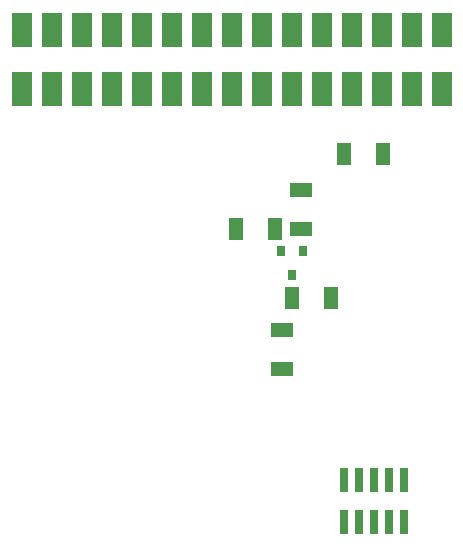
<source format=gbr>
G04 EAGLE Gerber RS-274X export*
G75*
%MOMM*%
%FSLAX34Y34*%
%LPD*%
%INSolderpaste Top*%
%IPPOS*%
%AMOC8*
5,1,8,0,0,1.08239X$1,22.5*%
G01*
%ADD10R,1.800000X3.000000*%
%ADD11R,0.760000X2.050000*%
%ADD12R,1.270000X1.905000*%
%ADD13R,0.800000X0.900000*%
%ADD14R,1.905000X1.270000*%


D10*
X8130Y405280D03*
X8130Y455280D03*
X33530Y405280D03*
X33530Y455280D03*
X58930Y405280D03*
X58930Y455280D03*
X84330Y405280D03*
X84330Y455280D03*
X109730Y405280D03*
X109730Y455280D03*
X135130Y405280D03*
X135130Y455280D03*
X160530Y405280D03*
X160530Y455280D03*
X185930Y405280D03*
X185930Y455280D03*
X211330Y405280D03*
X211330Y455280D03*
X236730Y405280D03*
X236730Y455280D03*
X262130Y405280D03*
X262130Y455280D03*
X287530Y405280D03*
X287530Y455280D03*
X312930Y405280D03*
X312930Y455280D03*
X338330Y405280D03*
X338330Y455280D03*
X363730Y405280D03*
X363730Y455280D03*
D11*
X280670Y39150D03*
X280670Y74650D03*
X293370Y39150D03*
X293370Y74650D03*
X306070Y39150D03*
X306070Y74650D03*
X318770Y39150D03*
X318770Y74650D03*
X331470Y39150D03*
X331470Y74650D03*
D12*
X281178Y350266D03*
X314198Y350266D03*
D13*
X246736Y268826D03*
X227736Y268826D03*
X237236Y247826D03*
D14*
X228346Y168148D03*
X228346Y201168D03*
X244856Y320294D03*
X244856Y287274D03*
D12*
X189738Y286766D03*
X222758Y286766D03*
X236728Y228346D03*
X269748Y228346D03*
M02*

</source>
